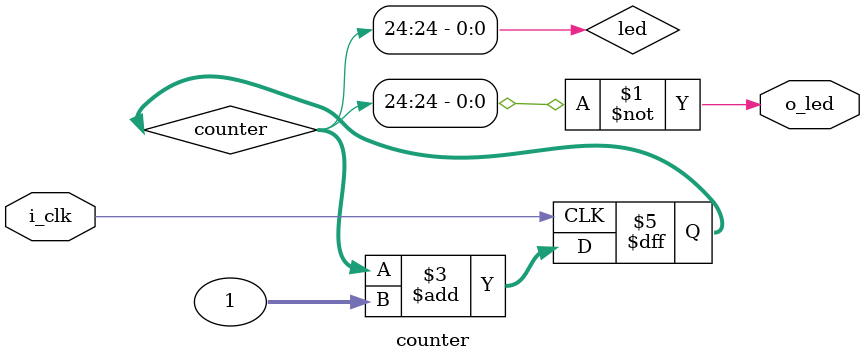
<source format=v>
module counter(input i_clk, output o_led);

    //the counter of 32 bits needs 4.294.967.295 cycles to reset
    //the clock goes to 27.000.000 cycles/second
    //the first bit position changes every 27M / 2
    //the second changes every 27M / 4
    //the n position changes every 27M / 2^n
    
    reg[31:0] counter = 0;

    assign o_led = ~led;
    assign led = counter [24]; //every 27M/2^24 = 1,6 seconds changes

    //in every uprising clock summ 1 to the counter
    always @(posedge i_clk)
        counter <= counter + 1;

endmodule 
</source>
